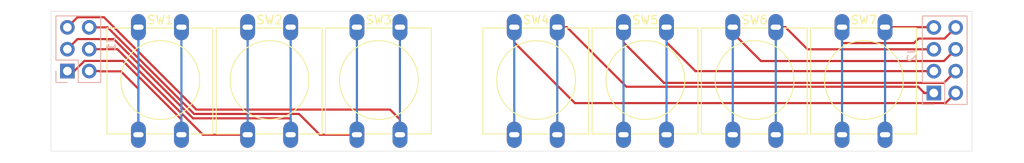
<source format=kicad_pcb>
(kicad_pcb (version 20171130) (host pcbnew "(5.1.5)-3")

  (general
    (thickness 1.6)
    (drawings 4)
    (tracks 86)
    (zones 0)
    (modules 12)
    (nets 15)
  )

  (page A4)
  (layers
    (0 F.Cu signal)
    (31 B.Cu signal)
    (32 B.Adhes user)
    (33 F.Adhes user)
    (34 B.Paste user)
    (35 F.Paste user)
    (36 B.SilkS user)
    (37 F.SilkS user)
    (38 B.Mask user)
    (39 F.Mask user)
    (40 Dwgs.User user)
    (41 Cmts.User user)
    (42 Eco1.User user)
    (43 Eco2.User user)
    (44 Edge.Cuts user)
    (45 Margin user)
    (46 B.CrtYd user)
    (47 F.CrtYd user)
    (48 B.Fab user)
    (49 F.Fab user)
  )

  (setup
    (last_trace_width 0.25)
    (trace_clearance 0.2)
    (zone_clearance 0.508)
    (zone_45_only no)
    (trace_min 0.2)
    (via_size 0.8)
    (via_drill 0.4)
    (via_min_size 0.4)
    (via_min_drill 0.3)
    (uvia_size 0.3)
    (uvia_drill 0.1)
    (uvias_allowed no)
    (uvia_min_size 0.2)
    (uvia_min_drill 0.1)
    (edge_width 0.05)
    (segment_width 0.2)
    (pcb_text_width 0.3)
    (pcb_text_size 1.5 1.5)
    (mod_edge_width 0.12)
    (mod_text_size 1 1)
    (mod_text_width 0.15)
    (pad_size 1.524 1.524)
    (pad_drill 0.762)
    (pad_to_mask_clearance 0.051)
    (solder_mask_min_width 0.25)
    (aux_axis_origin 0 0)
    (visible_elements FFFFFF7F)
    (pcbplotparams
      (layerselection 0x010fc_ffffffff)
      (usegerberextensions false)
      (usegerberattributes false)
      (usegerberadvancedattributes false)
      (creategerberjobfile false)
      (excludeedgelayer true)
      (linewidth 0.100000)
      (plotframeref false)
      (viasonmask false)
      (mode 1)
      (useauxorigin false)
      (hpglpennumber 1)
      (hpglpenspeed 20)
      (hpglpendiameter 15.000000)
      (psnegative false)
      (psa4output false)
      (plotreference true)
      (plotvalue true)
      (plotinvisibletext false)
      (padsonsilk false)
      (subtractmaskfromsilk false)
      (outputformat 1)
      (mirror false)
      (drillshape 0)
      (scaleselection 1)
      (outputdirectory ""))
  )

  (net 0 "")
  (net 1 /7)
  (net 2 /6)
  (net 3 /5)
  (net 4 /4)
  (net 5 /3)
  (net 6 "Net-(J1-Pad5)")
  (net 7 /2)
  (net 8 "Net-(J1-Pad3)")
  (net 9 /1)
  (net 10 "Net-(J1-Pad1)")
  (net 11 "Net-(J2-Pad7)")
  (net 12 "Net-(J2-Pad5)")
  (net 13 "Net-(J2-Pad3)")
  (net 14 "Net-(J2-Pad1)")

  (net_class Default "This is the default net class."
    (clearance 0.2)
    (trace_width 0.25)
    (via_dia 0.8)
    (via_drill 0.4)
    (uvia_dia 0.3)
    (uvia_drill 0.1)
    (add_net /1)
    (add_net /2)
    (add_net /3)
    (add_net /4)
    (add_net /5)
    (add_net /6)
    (add_net /7)
    (add_net "Net-(J1-Pad1)")
    (add_net "Net-(J1-Pad3)")
    (add_net "Net-(J1-Pad5)")
    (add_net "Net-(J2-Pad1)")
    (add_net "Net-(J2-Pad3)")
    (add_net "Net-(J2-Pad5)")
    (add_net "Net-(J2-Pad7)")
  )

  (module MountingHole:MountingHole_2.2mm_M2 (layer F.Cu) (tedit 56D1B4CB) (tstamp 5E488B82)
    (at 181.864 127)
    (descr "Mounting Hole 2.2mm, no annular, M2")
    (tags "mounting hole 2.2mm no annular m2")
    (attr virtual)
    (fp_text reference REF** (at 0 3.556) (layer F.SilkS) hide
      (effects (font (size 1 1) (thickness 0.15)))
    )
    (fp_text value MountingHole_2.2mm_M2 (at 0 3.2) (layer F.Fab)
      (effects (font (size 1 1) (thickness 0.15)))
    )
    (fp_circle (center 0 0) (end 2.45 0) (layer F.CrtYd) (width 0.05))
    (fp_circle (center 0 0) (end 2.2 0) (layer Cmts.User) (width 0.15))
    (fp_text user %R (at 0.3 0) (layer F.Fab)
      (effects (font (size 1 1) (thickness 0.15)))
    )
    (pad 1 np_thru_hole circle (at 0 0) (size 2.2 2.2) (drill 2.2) (layers *.Cu *.Mask))
  )

  (module MountingHole:MountingHole_2.2mm_M2 (layer F.Cu) (tedit 56D1B4CB) (tstamp 5E488794)
    (at 238.252 137.668)
    (descr "Mounting Hole 2.2mm, no annular, M2")
    (tags "mounting hole 2.2mm no annular m2")
    (attr virtual)
    (fp_text reference REF** (at -4.064 -1.524) (layer F.SilkS) hide
      (effects (font (size 1 1) (thickness 0.15)))
    )
    (fp_text value MountingHole_2.2mm_M2 (at 0 3.2) (layer F.Fab)
      (effects (font (size 1 1) (thickness 0.15)))
    )
    (fp_text user %R (at 0.3 0) (layer F.Fab)
      (effects (font (size 1 1) (thickness 0.15)))
    )
    (fp_circle (center 0 0) (end 2.2 0) (layer Cmts.User) (width 0.15))
    (fp_circle (center 0 0) (end 2.45 0) (layer F.CrtYd) (width 0.05))
    (pad 1 np_thru_hole circle (at 0 0) (size 2.2 2.2) (drill 2.2) (layers *.Cu *.Mask))
  )

  (module MountingHole:MountingHole_2.2mm_M2 (layer F.Cu) (tedit 56D1B4CB) (tstamp 5E488550)
    (at 138.176 135.89)
    (descr "Mounting Hole 2.2mm, no annular, M2")
    (tags "mounting hole 2.2mm no annular m2")
    (attr virtual)
    (fp_text reference REF** (at 0 -3.2) (layer F.SilkS) hide
      (effects (font (size 1 1) (thickness 0.15)))
    )
    (fp_text value MountingHole_2.2mm_M2 (at 0 3.2) (layer F.Fab)
      (effects (font (size 1 1) (thickness 0.15)))
    )
    (fp_circle (center 0 0) (end 2.45 0) (layer F.CrtYd) (width 0.05))
    (fp_circle (center 0 0) (end 2.2 0) (layer Cmts.User) (width 0.15))
    (fp_text user %R (at 0.3 0) (layer F.Fab)
      (effects (font (size 1 1) (thickness 0.15)))
    )
    (pad 1 np_thru_hole circle (at 0 0) (size 2.2 2.2) (drill 2.2) (layers *.Cu *.Mask))
  )

  (module Connector_PinHeader_2.54mm:PinHeader_2x04_P2.54mm_Vertical (layer B.Cu) (tedit 59FED5CC) (tstamp 5E487F0C)
    (at 237.236 133.58)
    (descr "Through hole straight pin header, 2x04, 2.54mm pitch, double rows")
    (tags "Through hole pin header THT 2x04 2.54mm double row")
    (path /5E5E89F8)
    (fp_text reference J2 (at -2.54 -4.445 90) (layer B.SilkS)
      (effects (font (size 1 1) (thickness 0.15)) (justify mirror))
    )
    (fp_text value Conn_02x04_Odd_Even (at 1.27 -9.95) (layer B.Fab)
      (effects (font (size 1 1) (thickness 0.15)) (justify mirror))
    )
    (fp_text user %R (at 1.27 -3.81 -90) (layer B.Fab)
      (effects (font (size 1 1) (thickness 0.15)) (justify mirror))
    )
    (fp_line (start 4.35 1.8) (end -1.8 1.8) (layer B.CrtYd) (width 0.05))
    (fp_line (start 4.35 -9.4) (end 4.35 1.8) (layer B.CrtYd) (width 0.05))
    (fp_line (start -1.8 -9.4) (end 4.35 -9.4) (layer B.CrtYd) (width 0.05))
    (fp_line (start -1.8 1.8) (end -1.8 -9.4) (layer B.CrtYd) (width 0.05))
    (fp_line (start -1.33 1.33) (end 0 1.33) (layer B.SilkS) (width 0.12))
    (fp_line (start -1.33 0) (end -1.33 1.33) (layer B.SilkS) (width 0.12))
    (fp_line (start 1.27 1.33) (end 3.87 1.33) (layer B.SilkS) (width 0.12))
    (fp_line (start 1.27 -1.27) (end 1.27 1.33) (layer B.SilkS) (width 0.12))
    (fp_line (start -1.33 -1.27) (end 1.27 -1.27) (layer B.SilkS) (width 0.12))
    (fp_line (start 3.87 1.33) (end 3.87 -8.95) (layer B.SilkS) (width 0.12))
    (fp_line (start -1.33 -1.27) (end -1.33 -8.95) (layer B.SilkS) (width 0.12))
    (fp_line (start -1.33 -8.95) (end 3.87 -8.95) (layer B.SilkS) (width 0.12))
    (fp_line (start -1.27 0) (end 0 1.27) (layer B.Fab) (width 0.1))
    (fp_line (start -1.27 -8.89) (end -1.27 0) (layer B.Fab) (width 0.1))
    (fp_line (start 3.81 -8.89) (end -1.27 -8.89) (layer B.Fab) (width 0.1))
    (fp_line (start 3.81 1.27) (end 3.81 -8.89) (layer B.Fab) (width 0.1))
    (fp_line (start 0 1.27) (end 3.81 1.27) (layer B.Fab) (width 0.1))
    (pad 8 thru_hole oval (at 2.54 -7.62) (size 1.7 1.7) (drill 1) (layers *.Cu *.Mask)
      (net 1 /7))
    (pad 7 thru_hole oval (at 0 -7.62) (size 1.7 1.7) (drill 1) (layers *.Cu *.Mask)
      (net 11 "Net-(J2-Pad7)"))
    (pad 6 thru_hole oval (at 2.54 -5.08) (size 1.7 1.7) (drill 1) (layers *.Cu *.Mask)
      (net 2 /6))
    (pad 5 thru_hole oval (at 0 -5.08) (size 1.7 1.7) (drill 1) (layers *.Cu *.Mask)
      (net 12 "Net-(J2-Pad5)"))
    (pad 4 thru_hole oval (at 2.54 -2.54) (size 1.7 1.7) (drill 1) (layers *.Cu *.Mask)
      (net 3 /5))
    (pad 3 thru_hole oval (at 0 -2.54) (size 1.7 1.7) (drill 1) (layers *.Cu *.Mask)
      (net 13 "Net-(J2-Pad3)"))
    (pad 2 thru_hole oval (at 2.54 0) (size 1.7 1.7) (drill 1) (layers *.Cu *.Mask)
      (net 4 /4))
    (pad 1 thru_hole rect (at 0 0) (size 1.7 1.7) (drill 1) (layers *.Cu *.Mask)
      (net 14 "Net-(J2-Pad1)"))
    (model ${KISYS3DMOD}/Connector_PinHeader_2.54mm.3dshapes/PinHeader_2x04_P2.54mm_Vertical.wrl
      (at (xyz 0 0 0))
      (scale (xyz 1 1 1))
      (rotate (xyz 0 0 0))
    )
  )

  (module Connector_PinHeader_2.54mm:PinHeader_2x03_P2.54mm_Vertical (layer B.Cu) (tedit 59FED5CC) (tstamp 5E487EEE)
    (at 136.525 131.03)
    (descr "Through hole straight pin header, 2x03, 2.54mm pitch, double rows")
    (tags "Through hole pin header THT 2x03 2.54mm double row")
    (path /5E5E7F27)
    (fp_text reference J1 (at 5.08 -3.175 90) (layer B.SilkS)
      (effects (font (size 1 1) (thickness 0.15)) (justify mirror))
    )
    (fp_text value Conn_02x03_Odd_Even (at 1.27 -7.41) (layer B.Fab)
      (effects (font (size 1 1) (thickness 0.15)) (justify mirror))
    )
    (fp_text user %R (at 1.27 -2.54 -90) (layer B.Fab)
      (effects (font (size 1 1) (thickness 0.15)) (justify mirror))
    )
    (fp_line (start 4.35 1.8) (end -1.8 1.8) (layer B.CrtYd) (width 0.05))
    (fp_line (start 4.35 -6.85) (end 4.35 1.8) (layer B.CrtYd) (width 0.05))
    (fp_line (start -1.8 -6.85) (end 4.35 -6.85) (layer B.CrtYd) (width 0.05))
    (fp_line (start -1.8 1.8) (end -1.8 -6.85) (layer B.CrtYd) (width 0.05))
    (fp_line (start -1.33 1.33) (end 0 1.33) (layer B.SilkS) (width 0.12))
    (fp_line (start -1.33 0) (end -1.33 1.33) (layer B.SilkS) (width 0.12))
    (fp_line (start 1.27 1.33) (end 3.87 1.33) (layer B.SilkS) (width 0.12))
    (fp_line (start 1.27 -1.27) (end 1.27 1.33) (layer B.SilkS) (width 0.12))
    (fp_line (start -1.33 -1.27) (end 1.27 -1.27) (layer B.SilkS) (width 0.12))
    (fp_line (start 3.87 1.33) (end 3.87 -6.41) (layer B.SilkS) (width 0.12))
    (fp_line (start -1.33 -1.27) (end -1.33 -6.41) (layer B.SilkS) (width 0.12))
    (fp_line (start -1.33 -6.41) (end 3.87 -6.41) (layer B.SilkS) (width 0.12))
    (fp_line (start -1.27 0) (end 0 1.27) (layer B.Fab) (width 0.1))
    (fp_line (start -1.27 -6.35) (end -1.27 0) (layer B.Fab) (width 0.1))
    (fp_line (start 3.81 -6.35) (end -1.27 -6.35) (layer B.Fab) (width 0.1))
    (fp_line (start 3.81 1.27) (end 3.81 -6.35) (layer B.Fab) (width 0.1))
    (fp_line (start 0 1.27) (end 3.81 1.27) (layer B.Fab) (width 0.1))
    (pad 6 thru_hole oval (at 2.54 -5.08) (size 1.7 1.7) (drill 1) (layers *.Cu *.Mask)
      (net 5 /3))
    (pad 5 thru_hole oval (at 0 -5.08) (size 1.7 1.7) (drill 1) (layers *.Cu *.Mask)
      (net 6 "Net-(J1-Pad5)"))
    (pad 4 thru_hole oval (at 2.54 -2.54) (size 1.7 1.7) (drill 1) (layers *.Cu *.Mask)
      (net 7 /2))
    (pad 3 thru_hole oval (at 0 -2.54) (size 1.7 1.7) (drill 1) (layers *.Cu *.Mask)
      (net 8 "Net-(J1-Pad3)"))
    (pad 2 thru_hole oval (at 2.54 0) (size 1.7 1.7) (drill 1) (layers *.Cu *.Mask)
      (net 9 /1))
    (pad 1 thru_hole rect (at 0 0) (size 1.7 1.7) (drill 1) (layers *.Cu *.Mask)
      (net 10 "Net-(J1-Pad1)"))
    (model ${KISYS3DMOD}/Connector_PinHeader_2.54mm.3dshapes/PinHeader_2x03_P2.54mm_Vertical.wrl
      (at (xyz 0 0 0))
      (scale (xyz 1 1 1))
      (rotate (xyz 0 0 0))
    )
  )

  (module "Kicad Parts:SW_PUSH-12mm_widepinholes" (layer F.Cu) (tedit 5C990B72) (tstamp 5E4874D6)
    (at 226.568 138.43 90)
    (descr "SW PUSH 12mm https://www.e-switch.com/system/asset/product_line/data_sheet/143/TL1100.pdf")
    (tags "tact sw push 12mm")
    (path /5E5CC658)
    (fp_text reference SW7 (at 13.335 2.54 180) (layer F.SilkS)
      (effects (font (size 1 1) (thickness 0.15)))
    )
    (fp_text value SW_SPST (at 6.62 9.93 90) (layer F.Fab)
      (effects (font (size 1 1) (thickness 0.15)))
    )
    (fp_line (start 12.4 -3.65) (end 12.4 -0.93) (layer F.SilkS) (width 0.12))
    (fp_line (start 12.4 5.93) (end 12.4 8.65) (layer F.SilkS) (width 0.12))
    (fp_line (start 0.1 4.07) (end 0.1 0.93) (layer F.SilkS) (width 0.12))
    (fp_line (start 0.1 8.65) (end 0.1 5.93) (layer F.SilkS) (width 0.12))
    (fp_line (start 0.25 -3.5) (end 0.25 8.5) (layer F.Fab) (width 0.1))
    (fp_circle (center 6.35 2.54) (end 10.16 5.08) (layer F.SilkS) (width 0.12))
    (fp_line (start 14.25 8.75) (end -1.77 8.75) (layer F.CrtYd) (width 0.05))
    (fp_line (start 14.25 8.75) (end 14.25 -3.75) (layer F.CrtYd) (width 0.05))
    (fp_line (start -1.77 -3.75) (end -1.77 8.75) (layer F.CrtYd) (width 0.05))
    (fp_line (start -1.77 -3.75) (end 14.25 -3.75) (layer F.CrtYd) (width 0.05))
    (fp_line (start 0.1 -0.93) (end 0.1 -3.65) (layer F.SilkS) (width 0.12))
    (fp_line (start 12.4 8.65) (end 0.1 8.65) (layer F.SilkS) (width 0.12))
    (fp_line (start 12.4 0.93) (end 12.4 4.07) (layer F.SilkS) (width 0.12))
    (fp_line (start 0.1 -3.65) (end 12.4 -3.65) (layer F.SilkS) (width 0.12))
    (fp_text user %R (at 6.35 2.54 90) (layer F.Fab)
      (effects (font (size 1 1) (thickness 0.15)))
    )
    (fp_line (start 12.25 -3.5) (end 12.25 8.5) (layer F.Fab) (width 0.1))
    (fp_line (start 0.25 -3.5) (end 12.25 -3.5) (layer F.Fab) (width 0.1))
    (fp_line (start 0.25 8.5) (end 12.25 8.5) (layer F.Fab) (width 0.1))
    (pad 2 thru_hole oval (at 0 5 90) (size 3.048 1.7272) (drill oval 0.6 1.2) (layers *.Cu *.Mask)
      (net 11 "Net-(J2-Pad7)"))
    (pad 1 thru_hole oval (at 0 0 90) (size 3.048 1.7272) (drill oval 0.6 1.2) (layers *.Cu *.Mask)
      (net 1 /7))
    (pad 2 thru_hole oval (at 12.5 5 90) (size 3.048 1.7272) (drill oval 0.6 1.2) (layers *.Cu *.Mask)
      (net 11 "Net-(J2-Pad7)"))
    (pad 1 thru_hole oval (at 12.5 0 90) (size 3.048 1.7272) (drill oval 0.6 1.2) (layers *.Cu *.Mask)
      (net 1 /7))
    (model ${KISYS3DMOD}/Button_Switch_THT.3dshapes/SW_PUSH-12mm.wrl
      (at (xyz 0 0 0))
      (scale (xyz 1 1 1))
      (rotate (xyz 0 0 0))
    )
  )

  (module "Kicad Parts:SW_PUSH-12mm_widepinholes" (layer F.Cu) (tedit 5C990B72) (tstamp 5E4874BC)
    (at 213.868 138.43 90)
    (descr "SW PUSH 12mm https://www.e-switch.com/system/asset/product_line/data_sheet/143/TL1100.pdf")
    (tags "tact sw push 12mm")
    (path /5E5CC12E)
    (fp_text reference SW6 (at 13.335 2.54 180) (layer F.SilkS)
      (effects (font (size 1 1) (thickness 0.15)))
    )
    (fp_text value SW_SPST (at 6.62 9.93 90) (layer F.Fab)
      (effects (font (size 1 1) (thickness 0.15)))
    )
    (fp_line (start 12.4 -3.65) (end 12.4 -0.93) (layer F.SilkS) (width 0.12))
    (fp_line (start 12.4 5.93) (end 12.4 8.65) (layer F.SilkS) (width 0.12))
    (fp_line (start 0.1 4.07) (end 0.1 0.93) (layer F.SilkS) (width 0.12))
    (fp_line (start 0.1 8.65) (end 0.1 5.93) (layer F.SilkS) (width 0.12))
    (fp_line (start 0.25 -3.5) (end 0.25 8.5) (layer F.Fab) (width 0.1))
    (fp_circle (center 6.35 2.54) (end 10.16 5.08) (layer F.SilkS) (width 0.12))
    (fp_line (start 14.25 8.75) (end -1.77 8.75) (layer F.CrtYd) (width 0.05))
    (fp_line (start 14.25 8.75) (end 14.25 -3.75) (layer F.CrtYd) (width 0.05))
    (fp_line (start -1.77 -3.75) (end -1.77 8.75) (layer F.CrtYd) (width 0.05))
    (fp_line (start -1.77 -3.75) (end 14.25 -3.75) (layer F.CrtYd) (width 0.05))
    (fp_line (start 0.1 -0.93) (end 0.1 -3.65) (layer F.SilkS) (width 0.12))
    (fp_line (start 12.4 8.65) (end 0.1 8.65) (layer F.SilkS) (width 0.12))
    (fp_line (start 12.4 0.93) (end 12.4 4.07) (layer F.SilkS) (width 0.12))
    (fp_line (start 0.1 -3.65) (end 12.4 -3.65) (layer F.SilkS) (width 0.12))
    (fp_text user %R (at 6.35 2.54 90) (layer F.Fab)
      (effects (font (size 1 1) (thickness 0.15)))
    )
    (fp_line (start 12.25 -3.5) (end 12.25 8.5) (layer F.Fab) (width 0.1))
    (fp_line (start 0.25 -3.5) (end 12.25 -3.5) (layer F.Fab) (width 0.1))
    (fp_line (start 0.25 8.5) (end 12.25 8.5) (layer F.Fab) (width 0.1))
    (pad 2 thru_hole oval (at 0 5 90) (size 3.048 1.7272) (drill oval 0.6 1.2) (layers *.Cu *.Mask)
      (net 12 "Net-(J2-Pad5)"))
    (pad 1 thru_hole oval (at 0 0 90) (size 3.048 1.7272) (drill oval 0.6 1.2) (layers *.Cu *.Mask)
      (net 2 /6))
    (pad 2 thru_hole oval (at 12.5 5 90) (size 3.048 1.7272) (drill oval 0.6 1.2) (layers *.Cu *.Mask)
      (net 12 "Net-(J2-Pad5)"))
    (pad 1 thru_hole oval (at 12.5 0 90) (size 3.048 1.7272) (drill oval 0.6 1.2) (layers *.Cu *.Mask)
      (net 2 /6))
    (model ${KISYS3DMOD}/Button_Switch_THT.3dshapes/SW_PUSH-12mm.wrl
      (at (xyz 0 0 0))
      (scale (xyz 1 1 1))
      (rotate (xyz 0 0 0))
    )
  )

  (module "Kicad Parts:SW_PUSH-12mm_widepinholes" (layer F.Cu) (tedit 5C990B72) (tstamp 5E4874A2)
    (at 201.168 138.43 90)
    (descr "SW PUSH 12mm https://www.e-switch.com/system/asset/product_line/data_sheet/143/TL1100.pdf")
    (tags "tact sw push 12mm")
    (path /5E5CB461)
    (fp_text reference SW5 (at 13.335 2.54 180) (layer F.SilkS)
      (effects (font (size 1 1) (thickness 0.15)))
    )
    (fp_text value SW_SPST (at 6.62 9.93 90) (layer F.Fab)
      (effects (font (size 1 1) (thickness 0.15)))
    )
    (fp_line (start 12.4 -3.65) (end 12.4 -0.93) (layer F.SilkS) (width 0.12))
    (fp_line (start 12.4 5.93) (end 12.4 8.65) (layer F.SilkS) (width 0.12))
    (fp_line (start 0.1 4.07) (end 0.1 0.93) (layer F.SilkS) (width 0.12))
    (fp_line (start 0.1 8.65) (end 0.1 5.93) (layer F.SilkS) (width 0.12))
    (fp_line (start 0.25 -3.5) (end 0.25 8.5) (layer F.Fab) (width 0.1))
    (fp_circle (center 6.35 2.54) (end 10.16 5.08) (layer F.SilkS) (width 0.12))
    (fp_line (start 14.25 8.75) (end -1.77 8.75) (layer F.CrtYd) (width 0.05))
    (fp_line (start 14.25 8.75) (end 14.25 -3.75) (layer F.CrtYd) (width 0.05))
    (fp_line (start -1.77 -3.75) (end -1.77 8.75) (layer F.CrtYd) (width 0.05))
    (fp_line (start -1.77 -3.75) (end 14.25 -3.75) (layer F.CrtYd) (width 0.05))
    (fp_line (start 0.1 -0.93) (end 0.1 -3.65) (layer F.SilkS) (width 0.12))
    (fp_line (start 12.4 8.65) (end 0.1 8.65) (layer F.SilkS) (width 0.12))
    (fp_line (start 12.4 0.93) (end 12.4 4.07) (layer F.SilkS) (width 0.12))
    (fp_line (start 0.1 -3.65) (end 12.4 -3.65) (layer F.SilkS) (width 0.12))
    (fp_text user %R (at 6.35 2.54 90) (layer F.Fab)
      (effects (font (size 1 1) (thickness 0.15)))
    )
    (fp_line (start 12.25 -3.5) (end 12.25 8.5) (layer F.Fab) (width 0.1))
    (fp_line (start 0.25 -3.5) (end 12.25 -3.5) (layer F.Fab) (width 0.1))
    (fp_line (start 0.25 8.5) (end 12.25 8.5) (layer F.Fab) (width 0.1))
    (pad 2 thru_hole oval (at 0 5 90) (size 3.048 1.7272) (drill oval 0.6 1.2) (layers *.Cu *.Mask)
      (net 13 "Net-(J2-Pad3)"))
    (pad 1 thru_hole oval (at 0 0 90) (size 3.048 1.7272) (drill oval 0.6 1.2) (layers *.Cu *.Mask)
      (net 3 /5))
    (pad 2 thru_hole oval (at 12.5 5 90) (size 3.048 1.7272) (drill oval 0.6 1.2) (layers *.Cu *.Mask)
      (net 13 "Net-(J2-Pad3)"))
    (pad 1 thru_hole oval (at 12.5 0 90) (size 3.048 1.7272) (drill oval 0.6 1.2) (layers *.Cu *.Mask)
      (net 3 /5))
    (model ${KISYS3DMOD}/Button_Switch_THT.3dshapes/SW_PUSH-12mm.wrl
      (at (xyz 0 0 0))
      (scale (xyz 1 1 1))
      (rotate (xyz 0 0 0))
    )
  )

  (module "Kicad Parts:SW_PUSH-12mm_widepinholes" (layer F.Cu) (tedit 5C990B72) (tstamp 5E487488)
    (at 188.468 138.43 90)
    (descr "SW PUSH 12mm https://www.e-switch.com/system/asset/product_line/data_sheet/143/TL1100.pdf")
    (tags "tact sw push 12mm")
    (path /5E5C4737)
    (fp_text reference SW4 (at 13.335 2.54 180) (layer F.SilkS)
      (effects (font (size 1 1) (thickness 0.15)))
    )
    (fp_text value SW_SPST (at 6.62 9.93 90) (layer F.Fab)
      (effects (font (size 1 1) (thickness 0.15)))
    )
    (fp_line (start 12.4 -3.65) (end 12.4 -0.93) (layer F.SilkS) (width 0.12))
    (fp_line (start 12.4 5.93) (end 12.4 8.65) (layer F.SilkS) (width 0.12))
    (fp_line (start 0.1 4.07) (end 0.1 0.93) (layer F.SilkS) (width 0.12))
    (fp_line (start 0.1 8.65) (end 0.1 5.93) (layer F.SilkS) (width 0.12))
    (fp_line (start 0.25 -3.5) (end 0.25 8.5) (layer F.Fab) (width 0.1))
    (fp_circle (center 6.35 2.54) (end 10.16 5.08) (layer F.SilkS) (width 0.12))
    (fp_line (start 14.25 8.75) (end -1.77 8.75) (layer F.CrtYd) (width 0.05))
    (fp_line (start 14.25 8.75) (end 14.25 -3.75) (layer F.CrtYd) (width 0.05))
    (fp_line (start -1.77 -3.75) (end -1.77 8.75) (layer F.CrtYd) (width 0.05))
    (fp_line (start -1.77 -3.75) (end 14.25 -3.75) (layer F.CrtYd) (width 0.05))
    (fp_line (start 0.1 -0.93) (end 0.1 -3.65) (layer F.SilkS) (width 0.12))
    (fp_line (start 12.4 8.65) (end 0.1 8.65) (layer F.SilkS) (width 0.12))
    (fp_line (start 12.4 0.93) (end 12.4 4.07) (layer F.SilkS) (width 0.12))
    (fp_line (start 0.1 -3.65) (end 12.4 -3.65) (layer F.SilkS) (width 0.12))
    (fp_text user %R (at 6.35 2.54 90) (layer F.Fab)
      (effects (font (size 1 1) (thickness 0.15)))
    )
    (fp_line (start 12.25 -3.5) (end 12.25 8.5) (layer F.Fab) (width 0.1))
    (fp_line (start 0.25 -3.5) (end 12.25 -3.5) (layer F.Fab) (width 0.1))
    (fp_line (start 0.25 8.5) (end 12.25 8.5) (layer F.Fab) (width 0.1))
    (pad 2 thru_hole oval (at 0 5 90) (size 3.048 1.7272) (drill oval 0.6 1.2) (layers *.Cu *.Mask)
      (net 14 "Net-(J2-Pad1)"))
    (pad 1 thru_hole oval (at 0 0 90) (size 3.048 1.7272) (drill oval 0.6 1.2) (layers *.Cu *.Mask)
      (net 4 /4))
    (pad 2 thru_hole oval (at 12.5 5 90) (size 3.048 1.7272) (drill oval 0.6 1.2) (layers *.Cu *.Mask)
      (net 14 "Net-(J2-Pad1)"))
    (pad 1 thru_hole oval (at 12.5 0 90) (size 3.048 1.7272) (drill oval 0.6 1.2) (layers *.Cu *.Mask)
      (net 4 /4))
    (model ${KISYS3DMOD}/Button_Switch_THT.3dshapes/SW_PUSH-12mm.wrl
      (at (xyz 0 0 0))
      (scale (xyz 1 1 1))
      (rotate (xyz 0 0 0))
    )
  )

  (module "Kicad Parts:SW_PUSH-12mm_widepinholes" (layer F.Cu) (tedit 5C990B72) (tstamp 5E48746E)
    (at 170.18 138.43 90)
    (descr "SW PUSH 12mm https://www.e-switch.com/system/asset/product_line/data_sheet/143/TL1100.pdf")
    (tags "tact sw push 12mm")
    (path /5E5CA617)
    (fp_text reference SW3 (at 13.335 2.54 180) (layer F.SilkS)
      (effects (font (size 1 1) (thickness 0.15)))
    )
    (fp_text value SW_SPST (at 6.62 9.93 90) (layer F.Fab)
      (effects (font (size 1 1) (thickness 0.15)))
    )
    (fp_line (start 12.4 -3.65) (end 12.4 -0.93) (layer F.SilkS) (width 0.12))
    (fp_line (start 12.4 5.93) (end 12.4 8.65) (layer F.SilkS) (width 0.12))
    (fp_line (start 0.1 4.07) (end 0.1 0.93) (layer F.SilkS) (width 0.12))
    (fp_line (start 0.1 8.65) (end 0.1 5.93) (layer F.SilkS) (width 0.12))
    (fp_line (start 0.25 -3.5) (end 0.25 8.5) (layer F.Fab) (width 0.1))
    (fp_circle (center 6.35 2.54) (end 10.16 5.08) (layer F.SilkS) (width 0.12))
    (fp_line (start 14.25 8.75) (end -1.77 8.75) (layer F.CrtYd) (width 0.05))
    (fp_line (start 14.25 8.75) (end 14.25 -3.75) (layer F.CrtYd) (width 0.05))
    (fp_line (start -1.77 -3.75) (end -1.77 8.75) (layer F.CrtYd) (width 0.05))
    (fp_line (start -1.77 -3.75) (end 14.25 -3.75) (layer F.CrtYd) (width 0.05))
    (fp_line (start 0.1 -0.93) (end 0.1 -3.65) (layer F.SilkS) (width 0.12))
    (fp_line (start 12.4 8.65) (end 0.1 8.65) (layer F.SilkS) (width 0.12))
    (fp_line (start 12.4 0.93) (end 12.4 4.07) (layer F.SilkS) (width 0.12))
    (fp_line (start 0.1 -3.65) (end 12.4 -3.65) (layer F.SilkS) (width 0.12))
    (fp_text user %R (at 6.35 2.54 90) (layer F.Fab)
      (effects (font (size 1 1) (thickness 0.15)))
    )
    (fp_line (start 12.25 -3.5) (end 12.25 8.5) (layer F.Fab) (width 0.1))
    (fp_line (start 0.25 -3.5) (end 12.25 -3.5) (layer F.Fab) (width 0.1))
    (fp_line (start 0.25 8.5) (end 12.25 8.5) (layer F.Fab) (width 0.1))
    (pad 2 thru_hole oval (at 0 5 90) (size 3.048 1.7272) (drill oval 0.6 1.2) (layers *.Cu *.Mask)
      (net 6 "Net-(J1-Pad5)"))
    (pad 1 thru_hole oval (at 0 0 90) (size 3.048 1.7272) (drill oval 0.6 1.2) (layers *.Cu *.Mask)
      (net 5 /3))
    (pad 2 thru_hole oval (at 12.5 5 90) (size 3.048 1.7272) (drill oval 0.6 1.2) (layers *.Cu *.Mask)
      (net 6 "Net-(J1-Pad5)"))
    (pad 1 thru_hole oval (at 12.5 0 90) (size 3.048 1.7272) (drill oval 0.6 1.2) (layers *.Cu *.Mask)
      (net 5 /3))
    (model ${KISYS3DMOD}/Button_Switch_THT.3dshapes/SW_PUSH-12mm.wrl
      (at (xyz 0 0 0))
      (scale (xyz 1 1 1))
      (rotate (xyz 0 0 0))
    )
  )

  (module "Kicad Parts:SW_PUSH-12mm_widepinholes" (layer F.Cu) (tedit 5C990B72) (tstamp 5E487454)
    (at 157.48 138.43 90)
    (descr "SW PUSH 12mm https://www.e-switch.com/system/asset/product_line/data_sheet/143/TL1100.pdf")
    (tags "tact sw push 12mm")
    (path /5E5CAAD9)
    (fp_text reference SW2 (at 13.335 2.54 180) (layer F.SilkS)
      (effects (font (size 1 1) (thickness 0.15)))
    )
    (fp_text value SW_SPST (at 6.62 9.93 90) (layer F.Fab)
      (effects (font (size 1 1) (thickness 0.15)))
    )
    (fp_line (start 12.4 -3.65) (end 12.4 -0.93) (layer F.SilkS) (width 0.12))
    (fp_line (start 12.4 5.93) (end 12.4 8.65) (layer F.SilkS) (width 0.12))
    (fp_line (start 0.1 4.07) (end 0.1 0.93) (layer F.SilkS) (width 0.12))
    (fp_line (start 0.1 8.65) (end 0.1 5.93) (layer F.SilkS) (width 0.12))
    (fp_line (start 0.25 -3.5) (end 0.25 8.5) (layer F.Fab) (width 0.1))
    (fp_circle (center 6.35 2.54) (end 10.16 5.08) (layer F.SilkS) (width 0.12))
    (fp_line (start 14.25 8.75) (end -1.77 8.75) (layer F.CrtYd) (width 0.05))
    (fp_line (start 14.25 8.75) (end 14.25 -3.75) (layer F.CrtYd) (width 0.05))
    (fp_line (start -1.77 -3.75) (end -1.77 8.75) (layer F.CrtYd) (width 0.05))
    (fp_line (start -1.77 -3.75) (end 14.25 -3.75) (layer F.CrtYd) (width 0.05))
    (fp_line (start 0.1 -0.93) (end 0.1 -3.65) (layer F.SilkS) (width 0.12))
    (fp_line (start 12.4 8.65) (end 0.1 8.65) (layer F.SilkS) (width 0.12))
    (fp_line (start 12.4 0.93) (end 12.4 4.07) (layer F.SilkS) (width 0.12))
    (fp_line (start 0.1 -3.65) (end 12.4 -3.65) (layer F.SilkS) (width 0.12))
    (fp_text user %R (at 6.35 2.54 90) (layer F.Fab)
      (effects (font (size 1 1) (thickness 0.15)))
    )
    (fp_line (start 12.25 -3.5) (end 12.25 8.5) (layer F.Fab) (width 0.1))
    (fp_line (start 0.25 -3.5) (end 12.25 -3.5) (layer F.Fab) (width 0.1))
    (fp_line (start 0.25 8.5) (end 12.25 8.5) (layer F.Fab) (width 0.1))
    (pad 2 thru_hole oval (at 0 5 90) (size 3.048 1.7272) (drill oval 0.6 1.2) (layers *.Cu *.Mask)
      (net 8 "Net-(J1-Pad3)"))
    (pad 1 thru_hole oval (at 0 0 90) (size 3.048 1.7272) (drill oval 0.6 1.2) (layers *.Cu *.Mask)
      (net 7 /2))
    (pad 2 thru_hole oval (at 12.5 5 90) (size 3.048 1.7272) (drill oval 0.6 1.2) (layers *.Cu *.Mask)
      (net 8 "Net-(J1-Pad3)"))
    (pad 1 thru_hole oval (at 12.5 0 90) (size 3.048 1.7272) (drill oval 0.6 1.2) (layers *.Cu *.Mask)
      (net 7 /2))
    (model ${KISYS3DMOD}/Button_Switch_THT.3dshapes/SW_PUSH-12mm.wrl
      (at (xyz 0 0 0))
      (scale (xyz 1 1 1))
      (rotate (xyz 0 0 0))
    )
  )

  (module "Kicad Parts:SW_PUSH-12mm_widepinholes" (layer F.Cu) (tedit 5C990B72) (tstamp 5E48743A)
    (at 144.78 138.43 90)
    (descr "SW PUSH 12mm https://www.e-switch.com/system/asset/product_line/data_sheet/143/TL1100.pdf")
    (tags "tact sw push 12mm")
    (path /5E5CAE98)
    (fp_text reference SW1 (at 13.335 2.54 180) (layer F.SilkS)
      (effects (font (size 1 1) (thickness 0.15)))
    )
    (fp_text value SW_SPST (at 6.62 9.93 90) (layer F.Fab)
      (effects (font (size 1 1) (thickness 0.15)))
    )
    (fp_line (start 12.4 -3.65) (end 12.4 -0.93) (layer F.SilkS) (width 0.12))
    (fp_line (start 12.4 5.93) (end 12.4 8.65) (layer F.SilkS) (width 0.12))
    (fp_line (start 0.1 4.07) (end 0.1 0.93) (layer F.SilkS) (width 0.12))
    (fp_line (start 0.1 8.65) (end 0.1 5.93) (layer F.SilkS) (width 0.12))
    (fp_line (start 0.25 -3.5) (end 0.25 8.5) (layer F.Fab) (width 0.1))
    (fp_circle (center 6.35 2.54) (end 10.16 5.08) (layer F.SilkS) (width 0.12))
    (fp_line (start 14.25 8.75) (end -1.77 8.75) (layer F.CrtYd) (width 0.05))
    (fp_line (start 14.25 8.75) (end 14.25 -3.75) (layer F.CrtYd) (width 0.05))
    (fp_line (start -1.77 -3.75) (end -1.77 8.75) (layer F.CrtYd) (width 0.05))
    (fp_line (start -1.77 -3.75) (end 14.25 -3.75) (layer F.CrtYd) (width 0.05))
    (fp_line (start 0.1 -0.93) (end 0.1 -3.65) (layer F.SilkS) (width 0.12))
    (fp_line (start 12.4 8.65) (end 0.1 8.65) (layer F.SilkS) (width 0.12))
    (fp_line (start 12.4 0.93) (end 12.4 4.07) (layer F.SilkS) (width 0.12))
    (fp_line (start 0.1 -3.65) (end 12.4 -3.65) (layer F.SilkS) (width 0.12))
    (fp_text user %R (at 6.35 2.54 90) (layer F.Fab)
      (effects (font (size 1 1) (thickness 0.15)))
    )
    (fp_line (start 12.25 -3.5) (end 12.25 8.5) (layer F.Fab) (width 0.1))
    (fp_line (start 0.25 -3.5) (end 12.25 -3.5) (layer F.Fab) (width 0.1))
    (fp_line (start 0.25 8.5) (end 12.25 8.5) (layer F.Fab) (width 0.1))
    (pad 2 thru_hole oval (at 0 5 90) (size 3.048 1.7272) (drill oval 0.6 1.2) (layers *.Cu *.Mask)
      (net 10 "Net-(J1-Pad1)"))
    (pad 1 thru_hole oval (at 0 0 90) (size 3.048 1.7272) (drill oval 0.6 1.2) (layers *.Cu *.Mask)
      (net 9 /1))
    (pad 2 thru_hole oval (at 12.5 5 90) (size 3.048 1.7272) (drill oval 0.6 1.2) (layers *.Cu *.Mask)
      (net 10 "Net-(J1-Pad1)"))
    (pad 1 thru_hole oval (at 12.5 0 90) (size 3.048 1.7272) (drill oval 0.6 1.2) (layers *.Cu *.Mask)
      (net 9 /1))
    (model ${KISYS3DMOD}/Button_Switch_THT.3dshapes/SW_PUSH-12mm.wrl
      (at (xyz 0 0 0))
      (scale (xyz 1 1 1))
      (rotate (xyz 0 0 0))
    )
  )

  (gr_line (start 134.62 124.079) (end 134.62 140.335) (layer Edge.Cuts) (width 0.05) (tstamp 5E488D04))
  (gr_line (start 241.681 140.335) (end 134.62 140.335) (layer Edge.Cuts) (width 0.05))
  (gr_line (start 241.681 124.079) (end 241.681 140.335) (layer Edge.Cuts) (width 0.05))
  (gr_line (start 134.62 124.079) (end 241.681 124.079) (layer Edge.Cuts) (width 0.05))

  (segment (start 226.568 125.93) (end 226.568 138.43) (width 0.25) (layer B.Cu) (net 1))
  (segment (start 226.568 127.704) (end 226.568 125.93) (width 0.25) (layer F.Cu) (net 1))
  (segment (start 226.64301 127.77901) (end 226.568 127.704) (width 0.25) (layer F.Cu) (net 1))
  (segment (start 235.458 127.254) (end 234.93299 127.77901) (width 0.25) (layer F.Cu) (net 1))
  (segment (start 238.482 127.254) (end 235.458 127.254) (width 0.25) (layer F.Cu) (net 1))
  (segment (start 234.93299 127.77901) (end 226.64301 127.77901) (width 0.25) (layer F.Cu) (net 1))
  (segment (start 239.776 125.96) (end 238.482 127.254) (width 0.25) (layer F.Cu) (net 1))
  (segment (start 213.868 125.93) (end 213.868 138.43) (width 0.25) (layer B.Cu) (net 2))
  (segment (start 213.868 126.5904) (end 213.868 125.93) (width 0.25) (layer F.Cu) (net 2))
  (segment (start 217.142599 129.864999) (end 213.868 126.5904) (width 0.25) (layer F.Cu) (net 2))
  (segment (start 238.411001 129.864999) (end 217.142599 129.864999) (width 0.25) (layer F.Cu) (net 2))
  (segment (start 239.776 128.5) (end 238.411001 129.864999) (width 0.25) (layer F.Cu) (net 2))
  (segment (start 201.168 127.704) (end 201.168 138.43) (width 0.25) (layer B.Cu) (net 3))
  (segment (start 201.168 125.93) (end 201.168 127.704) (width 0.25) (layer B.Cu) (net 3))
  (segment (start 205.868999 132.404999) (end 201.168 127.704) (width 0.25) (layer F.Cu) (net 3))
  (segment (start 201.168 127.704) (end 201.168 125.93) (width 0.25) (layer F.Cu) (net 3))
  (segment (start 238.411001 132.404999) (end 205.868999 132.404999) (width 0.25) (layer F.Cu) (net 3))
  (segment (start 239.776 131.04) (end 238.411001 132.404999) (width 0.25) (layer F.Cu) (net 3))
  (segment (start 188.468 125.93) (end 188.468 138.43) (width 0.25) (layer B.Cu) (net 4))
  (segment (start 188.468 127.704) (end 188.468 125.93) (width 0.25) (layer F.Cu) (net 4))
  (segment (start 195.519001 134.755001) (end 188.468 127.704) (width 0.25) (layer F.Cu) (net 4))
  (segment (start 238.600999 134.755001) (end 195.519001 134.755001) (width 0.25) (layer F.Cu) (net 4))
  (segment (start 239.776 133.58) (end 238.600999 134.755001) (width 0.25) (layer F.Cu) (net 4))
  (segment (start 170.18 127.704) (end 170.18 138.43) (width 0.25) (layer B.Cu) (net 5))
  (segment (start 170.18 125.93) (end 170.18 127.704) (width 0.25) (layer B.Cu) (net 5))
  (segment (start 163.449 136.017) (end 165.862 138.43) (width 0.25) (layer F.Cu) (net 5))
  (segment (start 165.862 138.43) (end 170.18 138.43) (width 0.25) (layer F.Cu) (net 5))
  (segment (start 151.25841 136.017) (end 163.449 136.017) (width 0.25) (layer F.Cu) (net 5))
  (segment (start 139.065 125.95) (end 141.19141 125.95) (width 0.25) (layer F.Cu) (net 5))
  (segment (start 141.19141 125.95) (end 151.25841 136.017) (width 0.25) (layer F.Cu) (net 5))
  (segment (start 175.18 125.93) (end 175.18 138.43) (width 0.25) (layer B.Cu) (net 6))
  (segment (start 137.700001 124.774999) (end 140.776999 124.774999) (width 0.25) (layer F.Cu) (net 6))
  (segment (start 136.525 125.95) (end 137.700001 124.774999) (width 0.25) (layer F.Cu) (net 6))
  (segment (start 140.776999 124.774999) (end 151.511 135.509) (width 0.25) (layer F.Cu) (net 6))
  (segment (start 175.18 136.656) (end 175.18 138.43) (width 0.25) (layer F.Cu) (net 6))
  (segment (start 174.033 135.509) (end 175.18 136.656) (width 0.25) (layer F.Cu) (net 6))
  (segment (start 151.511 135.509) (end 174.033 135.509) (width 0.25) (layer F.Cu) (net 6))
  (segment (start 157.48 127.704) (end 157.48 138.43) (width 0.25) (layer B.Cu) (net 7))
  (segment (start 157.48 125.93) (end 157.48 127.704) (width 0.25) (layer B.Cu) (net 7))
  (segment (start 152.273 138.43) (end 157.48 138.43) (width 0.25) (layer F.Cu) (net 7))
  (segment (start 139.065 128.49) (end 142.333 128.49) (width 0.25) (layer F.Cu) (net 7))
  (segment (start 142.333 128.49) (end 152.273 138.43) (width 0.25) (layer F.Cu) (net 7))
  (segment (start 162.48 127.704) (end 162.48 138.43) (width 0.25) (layer B.Cu) (net 8))
  (segment (start 162.48 125.93) (end 162.48 127.704) (width 0.25) (layer B.Cu) (net 8))
  (segment (start 137.700001 127.314999) (end 141.919999 127.314999) (width 0.25) (layer F.Cu) (net 8))
  (segment (start 136.525 128.49) (end 137.700001 127.314999) (width 0.25) (layer F.Cu) (net 8))
  (segment (start 141.919999 127.314999) (end 151.13 136.525) (width 0.25) (layer F.Cu) (net 8))
  (segment (start 162.48 136.656) (end 162.48 138.43) (width 0.25) (layer F.Cu) (net 8))
  (segment (start 162.349 136.525) (end 162.48 136.656) (width 0.25) (layer F.Cu) (net 8))
  (segment (start 151.13 136.525) (end 162.349 136.525) (width 0.25) (layer F.Cu) (net 8))
  (segment (start 144.78 125.93) (end 144.78 138.43) (width 0.25) (layer B.Cu) (net 9))
  (segment (start 140.267081 131.03) (end 140.301081 131.064) (width 0.25) (layer F.Cu) (net 9))
  (segment (start 139.065 131.03) (end 140.267081 131.03) (width 0.25) (layer F.Cu) (net 9))
  (segment (start 140.301081 131.064) (end 142.748 131.064) (width 0.25) (layer F.Cu) (net 9))
  (segment (start 142.748 131.064) (end 144.78 133.096) (width 0.25) (layer F.Cu) (net 9))
  (segment (start 144.78 133.096) (end 144.78 138.43) (width 0.25) (layer F.Cu) (net 9))
  (segment (start 149.78 127.704) (end 149.78 138.43) (width 0.25) (layer B.Cu) (net 10))
  (segment (start 149.78 125.93) (end 149.78 127.704) (width 0.25) (layer B.Cu) (net 10))
  (segment (start 149.78 136.656) (end 149.78 138.43) (width 0.25) (layer F.Cu) (net 10))
  (segment (start 142.978999 129.854999) (end 149.78 136.656) (width 0.25) (layer F.Cu) (net 10))
  (segment (start 137.325998 131.03) (end 138.500999 129.854999) (width 0.25) (layer F.Cu) (net 10))
  (segment (start 138.500999 129.854999) (end 142.978999 129.854999) (width 0.25) (layer F.Cu) (net 10))
  (segment (start 136.525 131.03) (end 137.325998 131.03) (width 0.25) (layer F.Cu) (net 10))
  (segment (start 231.568 125.93) (end 231.568 138.43) (width 0.25) (layer B.Cu) (net 11))
  (segment (start 237.206 125.93) (end 237.236 125.96) (width 0.25) (layer F.Cu) (net 11))
  (segment (start 231.568 125.93) (end 237.206 125.93) (width 0.25) (layer F.Cu) (net 11))
  (segment (start 218.868 127.704) (end 218.868 138.43) (width 0.25) (layer B.Cu) (net 12))
  (segment (start 218.868 125.93) (end 218.868 127.704) (width 0.25) (layer B.Cu) (net 12))
  (segment (start 236.033919 128.5) (end 237.236 128.5) (width 0.25) (layer F.Cu) (net 12))
  (segment (start 222.5516 128.5) (end 236.033919 128.5) (width 0.25) (layer F.Cu) (net 12))
  (segment (start 219.9816 125.93) (end 222.5516 128.5) (width 0.25) (layer F.Cu) (net 12))
  (segment (start 218.868 125.93) (end 219.9816 125.93) (width 0.25) (layer F.Cu) (net 12))
  (segment (start 206.168 125.93) (end 206.168 138.43) (width 0.25) (layer B.Cu) (net 13))
  (segment (start 206.168 125.93) (end 206.168 127.704) (width 0.25) (layer F.Cu) (net 13))
  (segment (start 237.236 131.04) (end 209.526 131.04) (width 0.25) (layer F.Cu) (net 13))
  (segment (start 209.526 131.04) (end 207.264 128.778) (width 0.25) (layer F.Cu) (net 13))
  (segment (start 206.168 127.704) (end 207.264 128.778) (width 0.25) (layer F.Cu) (net 13))
  (segment (start 207.264 128.778) (end 207.41401 128.95001) (width 0.25) (layer F.Cu) (net 13))
  (segment (start 193.468 127.704) (end 193.468 138.43) (width 0.25) (layer B.Cu) (net 14))
  (segment (start 193.468 125.93) (end 193.468 127.704) (width 0.25) (layer B.Cu) (net 14))
  (segment (start 236.069 133.58) (end 237.236 133.58) (width 0.25) (layer F.Cu) (net 14))
  (segment (start 194.5816 125.93) (end 193.468 125.93) (width 0.25) (layer F.Cu) (net 14))
  (segment (start 235.411009 132.855009) (end 201.506609 132.855009) (width 0.25) (layer F.Cu) (net 14))
  (segment (start 201.506609 132.855009) (end 194.5816 125.93) (width 0.25) (layer F.Cu) (net 14))
  (segment (start 236.136 133.58) (end 235.411009 132.855009) (width 0.25) (layer F.Cu) (net 14))
  (segment (start 237.236 133.58) (end 236.136 133.58) (width 0.25) (layer F.Cu) (net 14))

)

</source>
